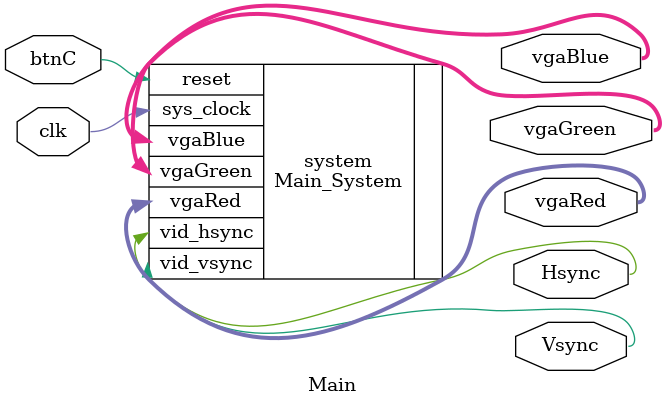
<source format=v>
`timescale 1ns / 1ps


module Main(
    input wire clk,
    input wire btnC,
    output wire [3:0] vgaBlue,
    output wire [3:0] vgaGreen,
    output wire [3:0] vgaRed,
    output wire Vsync,
    output wire Hsync
    );
    
Main_System system
(
    .sys_clock(clk),
    .reset(btnC),
    .vgaBlue(vgaBlue),
    .vgaGreen(vgaGreen),
    .vgaRed(vgaRed),
    .vid_hsync(Hsync),
    .vid_vsync(Vsync)
);

endmodule

</source>
